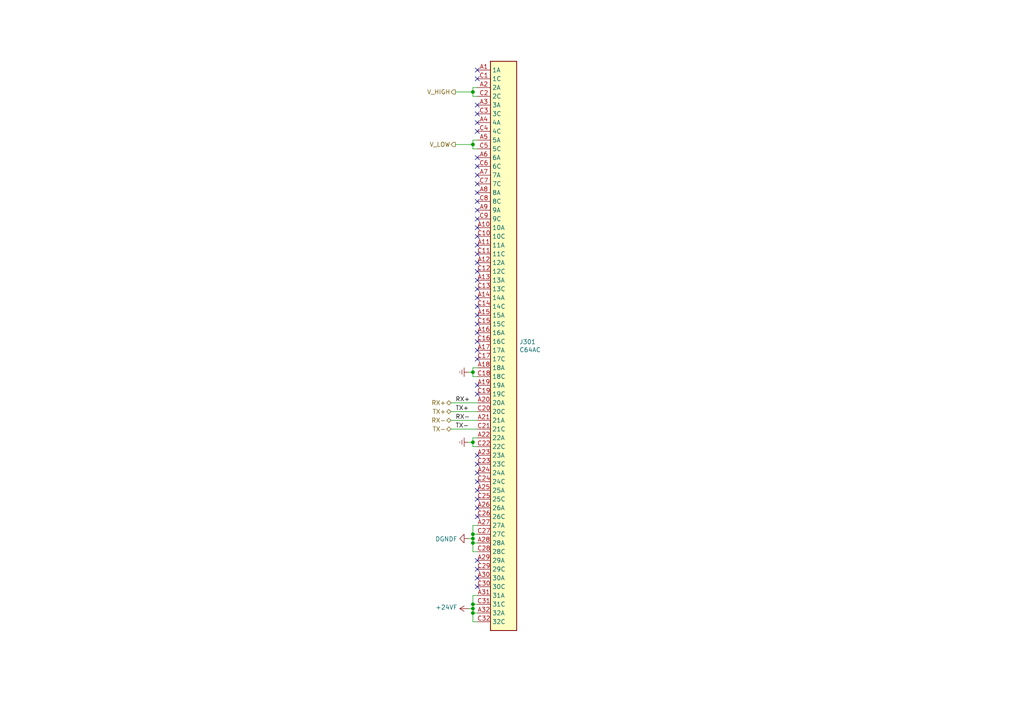
<source format=kicad_sch>
(kicad_sch (version 20231120) (generator "eeschema") (generator_version "8.0")
  (paper "A4")
  (title_block (title "Connector") (date "2020-03-07") (rev "1.00"))
  (lib_symbols
    (symbol "ADC_TEST:+24VF" (power) (pin_names (offset 0))
      (property "Value" "+24VF" (at 0 3.556 0))
      (symbol "+24VF_0_1"
        (polyline (pts (xy -0.762 1.27) (xy 0 2.54)))
        (polyline (pts (xy 0 0) (xy 0 2.54)))
        (polyline (pts (xy 0 2.54) (xy 0.762 1.27)))
      )
      (symbol "+24VF_1_1"
        (pin power_in line (at 0 0 90) (length 0) hide (name "+24VF") (number "1"))
      )
    )
    (symbol "ADC_TEST:DGNDF" (power) (pin_names (offset 0))
      (property "Value" "DGNDF" (at 0 -3.81 0))
      (symbol "DGNDF_0_1"
        (polyline (pts (xy 0 0) (xy 0 -1.27) (xy 1.27 -1.27) (xy 0 -2.54) (xy -1.27 -1.27) (xy 0 -1.27)))
      )
      (symbol "DGNDF_1_1"
        (pin power_in line (at 0 0 270) (length 0) hide (name "DGNDF") (number "1"))
      )
    )
    (symbol "ADC_Test-rescue:C64AC-Connector"
      (property "Reference" "J" (at 0 85.09 0))
      (property "Value" "Connector_C64AC" (at 6.35 1.27 90))
      (symbol "C64AC-Connector_0_1"
        (rectangle (start -3.81 -81.28) (end 3.81 83.82) (stroke (width 0.254)) (fill (type background)))
      )
      (symbol "C64AC-Connector_1_1"
        (pin passive line (at -7.62 81.28 0) (length 3.81) (name "1A") (number "A1"))
        (pin passive line (at -7.62 35.56 0) (length 3.81) (name "10A") (number "A10"))
        (pin passive line (at -7.62 30.48 0) (length 3.81) (name "11A") (number "A11"))
        (pin passive line (at -7.62 25.4 0) (length 3.81) (name "12A") (number "A12"))
        (pin passive line (at -7.62 20.32 0) (length 3.81) (name "13A") (number "A13"))
        (pin passive line (at -7.62 15.24 0) (length 3.81) (name "14A") (number "A14"))
        (pin passive line (at -7.62 10.16 0) (length 3.81) (name "15A") (number "A15"))
        (pin passive line (at -7.62 5.08 0) (length 3.81) (name "16A") (number "A16"))
        (pin passive line (at -7.62 0 0) (length 3.81) (name "17A") (number "A17"))
        (pin passive line (at -7.62 -5.08 0) (length 3.81) (name "18A") (number "A18"))
        (pin passive line (at -7.62 -10.16 0) (length 3.81) (name "19A") (number "A19"))
        (pin passive line (at -7.62 76.2 0) (length 3.81) (name "2A") (number "A2"))
        (pin passive line (at -7.62 -15.24 0) (length 3.81) (name "20A") (number "A20"))
        (pin passive line (at -7.62 -20.32 0) (length 3.81) (name "21A") (number "A21"))
        (pin passive line (at -7.62 -25.4 0) (length 3.81) (name "22A") (number "A22"))
        (pin passive line (at -7.62 -30.48 0) (length 3.81) (name "23A") (number "A23"))
        (pin passive line (at -7.62 -35.56 0) (length 3.81) (name "24A") (number "A24"))
        (pin passive line (at -7.62 -40.64 0) (length 3.81) (name "25A") (number "A25"))
        (pin passive line (at -7.62 -45.72 0) (length 3.81) (name "26A") (number "A26"))
        (pin passive line (at -7.62 -50.8 0) (length 3.81) (name "27A") (number "A27"))
        (pin passive line (at -7.62 -55.88 0) (length 3.81) (name "28A") (number "A28"))
        (pin passive line (at -7.62 -60.96 0) (length 3.81) (name "29A") (number "A29"))
        (pin passive line (at -7.62 71.12 0) (length 3.81) (name "3A") (number "A3"))
        (pin passive line (at -7.62 -66.04 0) (length 3.81) (name "30A") (number "A30"))
        (pin passive line (at -7.62 -71.12 0) (length 3.81) (name "31A") (number "A31"))
        (pin passive line (at -7.62 -76.2 0) (length 3.81) (name "32A") (number "A32"))
        (pin passive line (at -7.62 66.04 0) (length 3.81) (name "4A") (number "A4"))
        (pin passive line (at -7.62 60.96 0) (length 3.81) (name "5A") (number "A5"))
        (pin passive line (at -7.62 55.88 0) (length 3.81) (name "6A") (number "A6"))
        (pin passive line (at -7.62 50.8 0) (length 3.81) (name "7A") (number "A7"))
        (pin passive line (at -7.62 45.72 0) (length 3.81) (name "8A") (number "A8"))
        (pin passive line (at -7.62 40.64 0) (length 3.81) (name "9A") (number "A9"))
        (pin passive line (at -7.62 78.74 0) (length 3.81) (name "1C") (number "C1"))
        (pin passive line (at -7.62 33.02 0) (length 3.81) (name "10C") (number "C10"))
        (pin passive line (at -7.62 27.94 0) (length 3.81) (name "11C") (number "C11"))
        (pin passive line (at -7.62 22.86 0) (length 3.81) (name "12C") (number "C12"))
        (pin passive line (at -7.62 17.78 0) (length 3.81) (name "13C") (number "C13"))
        (pin passive line (at -7.62 12.7 0) (length 3.81) (name "14C") (number "C14"))
        (pin passive line (at -7.62 7.62 0) (length 3.81) (name "15C") (number "C15"))
        (pin passive line (at -7.62 2.54 0) (length 3.81) (name "16C") (number "C16"))
        (pin passive line (at -7.62 -2.54 0) (length 3.81) (name "17C") (number "C17"))
        (pin passive line (at -7.62 -7.62 0) (length 3.81) (name "18C") (number "C18"))
        (pin passive line (at -7.62 -12.7 0) (length 3.81) (name "19C") (number "C19"))
        (pin passive line (at -7.62 73.66 0) (length 3.81) (name "2C") (number "C2"))
        (pin passive line (at -7.62 -17.78 0) (length 3.81) (name "20C") (number "C20"))
        (pin passive line (at -7.62 -22.86 0) (length 3.81) (name "21C") (number "C21"))
        (pin passive line (at -7.62 -27.94 0) (length 3.81) (name "22C") (number "C22"))
        (pin passive line (at -7.62 -33.02 0) (length 3.81) (name "23C") (number "C23"))
        (pin passive line (at -7.62 -38.1 0) (length 3.81) (name "24C") (number "C24"))
        (pin passive line (at -7.62 -43.18 0) (length 3.81) (name "25C") (number "C25"))
        (pin passive line (at -7.62 -48.26 0) (length 3.81) (name "26C") (number "C26"))
        (pin passive line (at -7.62 -53.34 0) (length 3.81) (name "27C") (number "C27"))
        (pin passive line (at -7.62 -58.42 0) (length 3.81) (name "28C") (number "C28"))
        (pin passive line (at -7.62 -63.5 0) (length 3.81) (name "29C") (number "C29"))
        (pin passive line (at -7.62 68.58 0) (length 3.81) (name "3C") (number "C3"))
        (pin passive line (at -7.62 -68.58 0) (length 3.81) (name "30C") (number "C30"))
        (pin passive line (at -7.62 -73.66 0) (length 3.81) (name "31C") (number "C31"))
        (pin passive line (at -7.62 -78.74 0) (length 3.81) (name "32C") (number "C32"))
        (pin passive line (at -7.62 63.5 0) (length 3.81) (name "4C") (number "C4"))
        (pin passive line (at -7.62 58.42 0) (length 3.81) (name "5C") (number "C5"))
        (pin passive line (at -7.62 53.34 0) (length 3.81) (name "6C") (number "C6"))
        (pin passive line (at -7.62 48.26 0) (length 3.81) (name "7C") (number "C7"))
        (pin passive line (at -7.62 43.18 0) (length 3.81) (name "8C") (number "C8"))
        (pin passive line (at -7.62 38.1 0) (length 3.81) (name "9C") (number "C9"))
      )
    )
    (symbol "power:Earth" (power) (pin_names (offset 0))
      (symbol "Earth_0_1"
        (polyline (pts (xy -0.635 -1.905) (xy 0.635 -1.905)))
        (polyline (pts (xy -0.127 -2.54) (xy 0.127 -2.54)))
        (polyline (pts (xy 0 -1.27) (xy 0 0)))
        (polyline (pts (xy 1.27 -1.27) (xy -1.27 -1.27)))
      )
      (symbol "Earth_1_1"
        (pin power_in line (at 0 0 270) (length 0) hide (name "Earth") (number "1"))
      )
    )
  )
  (junction (at 137.16 154.94))
  (junction (at 137.16 177.8))
  (junction (at 137.16 156.21))
  (junction (at 137.16 175.26))
  (junction (at 137.16 157.48))
  (junction (at 137.16 26.67))
  (junction (at 137.16 128.27))
  (junction (at 137.16 41.91))
  (junction (at 137.16 107.95))
  (junction (at 137.16 176.53))
  (no_connect (at 138.43 83.82))
  (no_connect (at 138.43 22.86))
  (no_connect (at 138.43 88.9))
  (no_connect (at 138.43 76.2))
  (no_connect (at 138.43 73.66))
  (no_connect (at 138.43 78.74))
  (no_connect (at 138.43 104.14))
  (no_connect (at 138.43 86.36))
  (no_connect (at 138.43 111.76))
  (no_connect (at 138.43 165.1))
  (no_connect (at 138.43 162.56))
  (no_connect (at 138.43 45.72))
  (no_connect (at 138.43 48.26))
  (no_connect (at 138.43 137.16))
  (no_connect (at 138.43 114.3))
  (no_connect (at 138.43 30.48))
  (no_connect (at 138.43 63.5))
  (no_connect (at 138.43 35.56))
  (no_connect (at 138.43 71.12))
  (no_connect (at 138.43 101.6))
  (no_connect (at 138.43 99.06))
  (no_connect (at 138.43 132.08))
  (no_connect (at 138.43 66.04))
  (no_connect (at 138.43 149.86))
  (no_connect (at 138.43 134.62))
  (no_connect (at 138.43 68.58))
  (no_connect (at 138.43 81.28))
  (no_connect (at 138.43 20.32))
  (no_connect (at 138.43 167.64))
  (no_connect (at 138.43 139.7))
  (no_connect (at 138.43 170.18))
  (no_connect (at 138.43 38.1))
  (no_connect (at 138.43 142.24))
  (no_connect (at 138.43 91.44))
  (no_connect (at 138.43 58.42))
  (no_connect (at 138.43 55.88))
  (no_connect (at 138.43 96.52))
  (no_connect (at 138.43 147.32))
  (no_connect (at 138.43 144.78))
  (no_connect (at 138.43 53.34))
  (no_connect (at 138.43 60.96))
  (no_connect (at 138.43 93.98))
  (no_connect (at 138.43 50.8))
  (no_connect (at 138.43 33.02))
  (wire (pts (xy 137.16 157.48) (xy 137.16 156.21)))
  (wire (pts (xy 138.43 119.38) (xy 130.81 119.38)))
  (wire (pts (xy 137.16 128.27) (xy 137.16 129.54)))
  (wire (pts (xy 137.16 129.54) (xy 138.43 129.54)))
  (wire (pts (xy 137.16 106.68) (xy 137.16 107.95)))
  (wire (pts (xy 138.43 160.02) (xy 137.16 160.02)))
  (wire (pts (xy 137.16 40.64) (xy 138.43 40.64)))
  (wire (pts (xy 138.43 116.84) (xy 130.81 116.84)))
  (wire (pts (xy 137.16 127) (xy 137.16 128.27)))
  (wire (pts (xy 138.43 106.68) (xy 137.16 106.68)))
  (wire (pts (xy 137.16 177.8) (xy 137.16 176.53)))
  (wire (pts (xy 137.16 107.95) (xy 137.16 109.22)))
  (wire (pts (xy 138.43 175.26) (xy 137.16 175.26)))
  (wire (pts (xy 137.16 172.72) (xy 138.43 172.72)))
  (wire (pts (xy 137.16 154.94) (xy 137.16 152.4)))
  (wire (pts (xy 137.16 26.67) (xy 137.16 25.4)))
  (wire (pts (xy 137.16 152.4) (xy 138.43 152.4)))
  (wire (pts (xy 135.89 107.95) (xy 137.16 107.95)))
  (wire (pts (xy 137.16 180.34) (xy 137.16 177.8)))
  (wire (pts (xy 137.16 41.91) (xy 132.08 41.91)))
  (wire (pts (xy 137.16 27.94) (xy 137.16 26.67)))
  (wire (pts (xy 135.89 176.53) (xy 137.16 176.53)))
  (wire (pts (xy 138.43 121.92) (xy 130.81 121.92)))
  (wire (pts (xy 138.43 157.48) (xy 137.16 157.48)))
  (wire (pts (xy 138.43 180.34) (xy 137.16 180.34)))
  (wire (pts (xy 137.16 160.02) (xy 137.16 157.48)))
  (wire (pts (xy 138.43 124.46) (xy 130.81 124.46)))
  (wire (pts (xy 137.16 26.67) (xy 132.08 26.67)))
  (wire (pts (xy 137.16 109.22) (xy 138.43 109.22)))
  (wire (pts (xy 138.43 154.94) (xy 137.16 154.94)))
  (wire (pts (xy 138.43 127) (xy 137.16 127)))
  (wire (pts (xy 137.16 25.4) (xy 138.43 25.4)))
  (wire (pts (xy 137.16 41.91) (xy 137.16 40.64)))
  (wire (pts (xy 137.16 176.53) (xy 137.16 175.26)))
  (wire (pts (xy 138.43 43.18) (xy 137.16 43.18)))
  (wire (pts (xy 138.43 27.94) (xy 137.16 27.94)))
  (wire (pts (xy 135.89 128.27) (xy 137.16 128.27)))
  (wire (pts (xy 138.43 177.8) (xy 137.16 177.8)))
  (wire (pts (xy 137.16 43.18) (xy 137.16 41.91)))
  (wire (pts (xy 137.16 156.21) (xy 137.16 154.94)))
  (wire (pts (xy 135.89 156.21) (xy 137.16 156.21)))
  (wire (pts (xy 137.16 175.26) (xy 137.16 172.72)))
  (label "RX+" (at 132.08 116.84 0))
  (label "TX+" (at 132.08 119.38 0))
  (label "RX-" (at 132.08 121.92 0))
  (label "TX-" (at 132.08 124.46 0))
  (hierarchical_label "TX+" (shape bidirectional) (at 130.81 119.38 180))
  (hierarchical_label "V_LOW" (shape output) (at 132.08 41.91 180))
  (hierarchical_label "RX-" (shape bidirectional) (at 130.81 121.92 180))
  (hierarchical_label "TX-" (shape bidirectional) (at 130.81 124.46 180))
  (hierarchical_label "V_HIGH" (shape output) (at 132.08 26.67 180))
  (hierarchical_label "RX+" (shape bidirectional) (at 130.81 116.84 180))
  (symbol (lib_id "ADC_Test-rescue:C64AC-Connector") (at 146.05 101.6 0) (unit 1)
    (property "Reference" "J301" (at 150.622 99.1616 0) (effects (justify left)))
    (property "Value" "C64AC" (at 150.622 101.473 0) (effects (justify left)))
    (property "Footprint" "ADC_TEST:Socket_DIN41612-CaseC1-AC-Male-64Pin-2rows" (effects (hide yes)))
    (property "Datasheet" " ~" (effects (hide yes)))
  )
  (symbol (lib_id "power:Earth") (at 135.89 128.27 270) (unit 1)
    (property "Reference" "#PWR0302" (effects (hide yes)))
    (property "Value" "Earth" (effects (hide yes)))
  )
  (symbol (lib_id "power:Earth") (at 135.89 107.95 270) (unit 1)
    (property "Reference" "#PWR0301" (effects (hide yes)))
    (property "Value" "Earth" (effects (hide yes)))
  )
  (symbol (lib_id "ADC_TEST:+24VF") (at 135.89 176.53 90) (unit 1)
    (property "Reference" "#PWR0304" (effects (hide yes)))
    (property "Value" "+24VF" (at 132.6642 176.149 90) (effects (justify left)))
  )
  (symbol (lib_id "ADC_TEST:DGNDF") (at 135.89 156.21 270) (unit 1)
    (property "Reference" "#PWR0303" (effects (hide yes)))
    (property "Value" "DGNDF" (at 132.6642 156.337 90) (effects (justify right)))
  )
)
</source>
